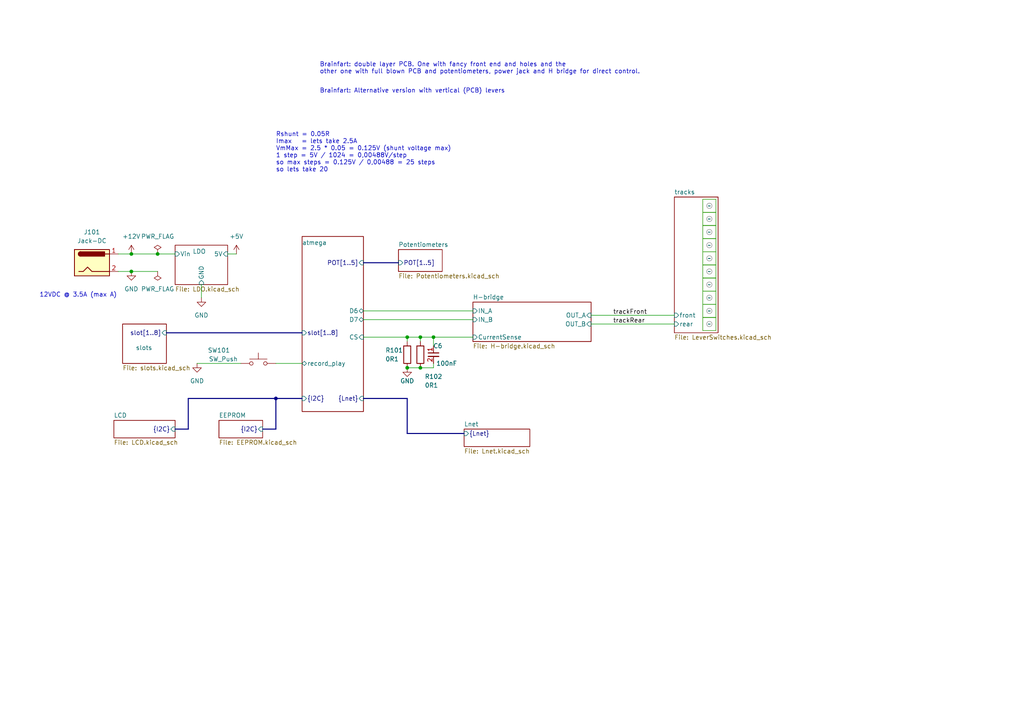
<source format=kicad_sch>
(kicad_sch (version 20230121) (generator eeschema)
  (paper "A4")
  (lib_symbols
    (symbol "capacitor_miscellaneous:C_0603_100nF"
      (property "Reference" "C" (at 1.27 2.54 0))
      (property "Value" "100nF" (at 3.81 -2.54 0))
      (symbol "C_0603_100nF_0_1"
        (polyline (pts (xy -1.524 -0.508) (xy 1.524 -0.508)) (stroke (width 0.3302)))
        (polyline (pts (xy -1.524 0.508) (xy 1.524 0.508)) (stroke (width 0.3048)))
      )
      (symbol "C_0603_100nF_1_1"
        (pin passive line (at 0 2.54 270) (length 2.032) (name "~") (number "1"))
        (pin passive line (at 0 -2.54 90) (length 2.032) (name "~") (number "2"))
      )
    )
    (symbol "custom_kicad_lib_sk:Jack-DC" (pin_names (offset 1.016))
      (property "Reference" "J" (at 0 5.334 0))
      (property "Value" "Jack-DC" (at 0 -5.08 0))
      (symbol "Jack-DC_0_1"
        (rectangle (start -5.08 3.81) (end 5.08 -3.81) (stroke (width 0.254)) (fill (type background)))
        (arc (start -3.302 3.175) (mid -3.9343 2.54) (end -3.302 1.905) (stroke (width 0.254)))
        (arc (start -3.302 3.175) (mid -3.9343 2.54) (end -3.302 1.905) (stroke (width 0.254)) (fill (type outline)))
        (polyline (pts (xy 5.08 2.54) (xy 3.81 2.54)) (stroke (width 0.254)))
        (polyline (pts (xy -3.81 -2.54) (xy -2.54 -2.54) (xy -1.27 -1.27) (xy 0 -2.54) (xy 2.54 -2.54) (xy 5.08 -2.54)) (stroke (width 0.254)))
        (rectangle (start 3.683 3.175) (end -3.302 1.905) (stroke (width 0.254)) (fill (type outline)))
      )
      (symbol "Jack-DC_1_1"
        (pin passive line (at 7.62 2.54 180) (length 2.54) (name "~") (number "1"))
        (pin passive line (at 7.62 -2.54 180) (length 2.54) (name "~") (number "2"))
      )
    )
    (symbol "custom_kicad_lib_sk:screwterminal" (pin_numbers hide) (pin_names (offset 0) hide) (in_bom no) (on_board no)
      (symbol "screwterminal_1_1"
        (rectangle (start -1.905 1.905) (end 1.905 -1.905) (stroke (width 0) (color 35 149 3 1)))
        (circle (center 0 0) (radius 0.762) (stroke (width 0) (color 137 143 138 1)))
      )
    )
    (symbol "custom_kicad_lib_sk:tactile_SMD_6mm" (pin_numbers hide) (pin_names (offset 1.016) hide)
      (property "Reference" "SW" (at 1.27 2.54 0))
      (property "Value" "SW_Push" (at 0 -1.524 0))
      (symbol "tactile_SMD_6mm_0_1"
        (circle (center -2.032 0) (radius 0.508))
        (polyline (pts (xy 0 1.27) (xy 0 3.048)))
        (polyline (pts (xy 2.54 1.27) (xy -2.54 1.27)))
        (circle (center 2.032 0) (radius 0.508))
        (pin passive line (at -5.08 0 0) (length 2.54) (name "1") (number "1"))
        (pin passive line (at 5.08 0 180) (length 2.54) (name "2") (number "2"))
      )
    )
    (symbol "power:+12V" (power) (pin_names (offset 0))
      (property "Value" "+12V" (at 0 3.556 0))
      (symbol "+12V_0_1"
        (polyline (pts (xy -0.762 1.27) (xy 0 2.54)))
        (polyline (pts (xy 0 0) (xy 0 2.54)))
        (polyline (pts (xy 0 2.54) (xy 0.762 1.27)))
      )
      (symbol "+12V_1_1"
        (pin power_in line (at 0 0 90) (length 0) hide (name "+12V") (number "1"))
      )
    )
    (symbol "power:+5V" (power) (pin_names (offset 0))
      (property "Value" "+5V" (at 0 3.556 0))
      (symbol "+5V_0_1"
        (polyline (pts (xy -0.762 1.27) (xy 0 2.54)))
        (polyline (pts (xy 0 0) (xy 0 2.54)))
        (polyline (pts (xy 0 2.54) (xy 0.762 1.27)))
      )
      (symbol "+5V_1_1"
        (pin power_in line (at 0 0 90) (length 0) hide (name "+5V") (number "1"))
      )
    )
    (symbol "power:GND" (power) (pin_names (offset 0))
      (property "Value" "GND" (at 0 -3.81 0))
      (symbol "GND_0_1"
        (polyline (pts (xy 0 0) (xy 0 -1.27) (xy 1.27 -1.27) (xy 0 -2.54) (xy -1.27 -1.27) (xy 0 -1.27)))
      )
      (symbol "GND_1_1"
        (pin power_in line (at 0 0 270) (length 0) hide (name "GND") (number "1"))
      )
    )
    (symbol "power:PWR_FLAG" (power) (pin_numbers hide) (pin_names (offset 0) hide)
      (property "Value" "PWR_FLAG" (at 0 3.81 0))
      (symbol "PWR_FLAG_0_0"
        (pin power_out line (at 0 0 90) (length 0) (name "pwr") (number "1"))
      )
      (symbol "PWR_FLAG_0_1"
        (polyline (pts (xy 0 0) (xy 0 1.27) (xy -1.016 1.905) (xy 0 2.54) (xy 1.016 1.905) (xy 0 1.27)))
      )
    )
    (symbol "resistors_1206:R_0R1_1206" (pin_numbers hide) (pin_names (offset 0))
      (property "Reference" "R?" (at 1.778 1.2121 0))
      (property "Value" "0R1" (at 1.778 -1.2121 0))
      (symbol "R_0R1_1206_0_1"
        (rectangle (start -1.016 -2.54) (end 1.016 2.54) (stroke (width 0.254)))
      )
      (symbol "R_0R1_1206_1_1"
        (pin passive line (at 0 3.81 270) (length 1.27) (name "~") (number "1"))
        (pin passive line (at 0 -3.81 90) (length 1.27) (name "~") (number "2"))
      )
    )
  )
  (bus_alias "I2C" (members "SCL" "SDA"))
  (bus_alias "Lnet" (members "Tx" "Rx"))
  (junction (at 118.11 106.68))
  (junction (at 125.73 97.79))
  (junction (at 121.92 97.79))
  (junction (at 38.1 78.74))
  (junction (at 121.92 106.68))
  (junction (at 38.1 73.66))
  (junction (at 118.11 97.79))
  (junction (at 80.01 115.57))
  (junction (at 45.72 73.66))
  (wire (pts (xy 121.92 106.68) (xy 125.73 106.68)))
  (wire (pts (xy 105.41 90.17) (xy 137.16 90.17)))
  (wire (pts (xy 66.04 73.66) (xy 68.58 73.66)))
  (bus (pts (xy 105.41 115.57) (xy 118.11 115.57)))
  (bus (pts (xy 48.26 96.52) (xy 87.63 96.52)))
  (wire (pts (xy 121.92 99.06) (xy 121.92 97.79)))
  (bus (pts (xy 80.01 124.46) (xy 76.2 124.46)))
  (wire (pts (xy 58.42 82.55) (xy 58.42 86.36)))
  (bus (pts (xy 118.11 115.57) (xy 118.11 125.73)))
  (bus (pts (xy 105.41 76.2) (xy 115.57 76.2)))
  (bus (pts (xy 50.8 124.46) (xy 54.61 124.46)))
  (wire (pts (xy 105.41 97.79) (xy 118.11 97.79)))
  (wire (pts (xy 118.11 97.79) (xy 121.92 97.79)))
  (wire (pts (xy 118.11 106.68) (xy 121.92 106.68)))
  (wire (pts (xy 34.29 73.66) (xy 38.1 73.66)))
  (bus (pts (xy 80.01 115.57) (xy 80.01 124.46)))
  (bus (pts (xy 118.11 125.73) (xy 134.62 125.73)))
  (wire (pts (xy 105.41 92.71) (xy 137.16 92.71)))
  (wire (pts (xy 171.45 93.98) (xy 195.58 93.98)))
  (wire (pts (xy 125.73 105.41) (xy 125.73 106.68)))
  (wire (pts (xy 125.73 97.79) (xy 125.73 100.33)))
  (wire (pts (xy 171.45 91.44) (xy 195.58 91.44)))
  (bus (pts (xy 54.61 115.57) (xy 80.01 115.57)))
  (wire (pts (xy 118.11 99.06) (xy 118.11 97.79)))
  (wire (pts (xy 80.01 105.41) (xy 87.63 105.41)))
  (bus (pts (xy 87.63 115.57) (xy 80.01 115.57)))
  (wire (pts (xy 38.1 73.66) (xy 45.72 73.66)))
  (wire (pts (xy 57.15 105.41) (xy 69.85 105.41)))
  (wire (pts (xy 121.92 97.79) (xy 125.73 97.79)))
  (wire (pts (xy 34.29 78.74) (xy 38.1 78.74)))
  (bus (pts (xy 54.61 124.46) (xy 54.61 115.57)))
  (wire (pts (xy 38.1 78.74) (xy 45.72 78.74)))
  (wire (pts (xy 125.73 97.79) (xy 137.16 97.79)))
  (wire (pts (xy 45.72 73.66) (xy 50.8 73.66)))
  (text "Brainfart: double layer PCB. One with fancy front end and holes and the\nother one with full blown PCB and potentiometers, power jack and H bridge for direct control.\n" (at 92.71 21.59 0) (effects (font (size 1.27 1.27)) (justify left bottom)))
  (text "12VDC @ 3.5A (max A)" (at 11.43 86.36 0) (effects (font (size 1.27 1.27)) (justify left bottom)))
  (text "Brainfart: Alternative version with vertical (PCB) levers\n\n" (at 92.71 29.21 0) (effects (font (size 1.27 1.27)) (justify left bottom)))
  (text "Rshunt = 0.05R\nImax   = lets take 2.5A\nVmMax = 2.5 * 0.05 = 0.125V (shunt voltage max)\n1 step = 5V / 1024 = 0,00488V/step\nso max steps = 0.125V / 0,00488 = 25 steps\nso lets take 20\n\n" (at 80.01 52.07 0) (effects (font (size 1.27 1.27)) (justify left bottom)))
  (label "trackRear" (at 177.8 93.98 0))
  (label "trackFront" (at 177.8 91.44 0))
  (symbol (lib_id "custom_kicad_lib_sk:screwterminal") (at 205.74 86.36 0) (unit 1) (in_bom no) (on_board no)
    (property "Reference" "u108" (effects hide))
    (property "Value" "~" (at 205.74 86.36 0))
  )
  (symbol (lib_id "custom_kicad_lib_sk:screwterminal") (at 205.74 67.31 0) (unit 1) (in_bom no) (on_board no)
    (property "Reference" "u103" (effects hide))
    (property "Value" "~" (at 205.74 67.31 0))
  )
  (symbol (lib_id "power:GND") (at 57.15 105.41 0) (unit 1)
    (property "Reference" "#PWR027" (effects hide))
    (property "Value" "GND" (at 57.15 110.49 0))
  )
  (symbol (lib_id "custom_kicad_lib_sk:screwterminal") (at 205.74 78.74 0) (unit 1) (in_bom no) (on_board no)
    (property "Reference" "u106" (effects hide))
    (property "Value" "~" (at 205.74 78.74 0))
  )
  (symbol (lib_id "custom_kicad_lib_sk:screwterminal") (at 205.74 90.17 0) (unit 1) (in_bom no) (on_board no)
    (property "Reference" "u109" (effects hide))
    (property "Value" "~" (at 205.74 90.17 0))
  )
  (symbol (lib_id "power:+5V") (at 68.58 73.66 0) (unit 1)
    (property "Reference" "#PWR0104" (effects hide))
    (property "Value" "+5V" (at 68.58 68.58 0))
  )
  (symbol (lib_id "power:GND") (at 58.42 86.36 0) (unit 1)
    (property "Reference" "#PWR0103" (effects hide))
    (property "Value" "GND" (at 58.42 91.44 0))
  )
  (symbol (lib_id "resistors_1206:R_0R1_1206") (at 118.11 102.87 0) (unit 1)
    (property "Reference" "R101" (at 111.76 101.6 0) (effects (justify left)))
    (property "Value" "0R1" (at 111.76 104.14 0) (effects (justify left)))
    (property "Footprint" "Resistor_SMD:R_1206_3216Metric" (effects hide))
    (property "JLCPCB Part#" "C25334" (effects hide))
  )
  (symbol (lib_id "custom_kicad_lib_sk:screwterminal") (at 205.74 63.5 0) (unit 1) (in_bom no) (on_board no)
    (property "Reference" "u102" (effects hide))
    (property "Value" "~" (at 205.74 63.5 0))
  )
  (symbol (lib_id "custom_kicad_lib_sk:screwterminal") (at 205.74 59.69 0) (unit 1) (in_bom no) (on_board no)
    (property "Reference" "u101" (effects hide))
    (property "Value" "~" (at 205.74 59.69 0))
  )
  (symbol (lib_id "custom_kicad_lib_sk:screwterminal") (at 205.74 93.98 0) (unit 1) (in_bom no) (on_board no)
    (property "Reference" "u110" (effects hide))
    (property "Value" "~" (at 205.74 93.98 0))
  )
  (symbol (lib_id "capacitor_miscellaneous:C_0603_100nF") (at 125.73 102.87 0) (unit 1)
    (property "Reference" "C6" (at 127 100.33 0))
    (property "Value" "100nF" (at 129.54 105.41 0))
    (property "Footprint" "Capacitor_SMD:C_0603_1608Metric" (effects hide))
    (property "JLCPCB Part#" "C14663" (effects hide))
  )
  (symbol (lib_id "custom_kicad_lib_sk:Jack-DC") (at 26.67 76.2 0) (unit 1)
    (property "Reference" "J101" (at 26.67 67.31 0))
    (property "Value" "Jack-DC" (at 26.67 69.85 0))
    (property "Footprint" "Connector_BarrelJack:BarrelJack_Horizontal" (effects hide))
  )
  (symbol (lib_id "power:PWR_FLAG") (at 45.72 73.66 0) (unit 1)
    (property "Reference" "#FLG0101" (effects hide))
    (property "Value" "PWR_FLAG" (at 45.72 68.58 0))
  )
  (symbol (lib_id "power:PWR_FLAG") (at 45.72 78.74 180) (unit 1)
    (property "Reference" "#FLG0102" (effects hide))
    (property "Value" "PWR_FLAG" (at 45.72 83.82 0))
  )
  (symbol (lib_id "power:+12V") (at 38.1 73.66 0) (unit 1)
    (property "Reference" "#PWR0106" (effects hide))
    (property "Value" "+12V" (at 38.1 68.58 0))
  )
  (symbol (lib_id "resistors_1206:R_0R1_1206") (at 121.92 102.87 0) (unit 1)
    (property "Reference" "R102" (at 123.19 109.22 0) (effects (justify left)))
    (property "Value" "0R1" (at 123.19 111.76 0) (effects (justify left)))
    (property "Footprint" "Resistor_SMD:R_1206_3216Metric" (effects hide))
    (property "JLCPCB Part#" "C25334" (effects hide))
  )
  (symbol (lib_id "custom_kicad_lib_sk:screwterminal") (at 205.74 82.55 0) (unit 1) (in_bom no) (on_board no)
    (property "Reference" "u107" (effects hide))
    (property "Value" "~" (at 205.74 82.55 0))
  )
  (symbol (lib_id "custom_kicad_lib_sk:screwterminal") (at 205.74 71.12 0) (unit 1) (in_bom no) (on_board no)
    (property "Reference" "u104" (effects hide))
    (property "Value" "~" (at 205.74 71.12 0))
  )
  (symbol (lib_id "custom_kicad_lib_sk:screwterminal") (at 205.74 74.93 0) (unit 1) (in_bom no) (on_board no)
    (property "Reference" "u105" (effects hide))
    (property "Value" "~" (at 205.74 74.93 0))
  )
  (symbol (lib_id "power:GND") (at 118.11 106.68 0) (unit 1)
    (property "Reference" "#PWR0113" (effects hide))
    (property "Value" "GND" (at 118.11 110.49 0))
  )
  (symbol (lib_id "custom_kicad_lib_sk:tactile_SMD_6mm") (at 74.93 105.41 0) (unit 1)
    (property "Reference" "SW101" (at 63.5 101.6 0))
    (property "Value" "SW_Push" (at 64.77 104.14 0))
    (property "Footprint" "Button_Switch_THT:SW_PUSH_6mm_H13mm" (effects hide))
    (property "JLCPCB Part#" "C294567" (effects hide))
  )
  (symbol (lib_id "power:GND") (at 38.1 78.74 0) (unit 1)
    (property "Reference" "#PWR0102" (effects hide))
    (property "Value" "GND" (at 38.1 83.82 0))
  )
  (sheet (at 33.02 121.92) (size 17.78 5.08) (stroke (width 0.1524))
    (property "Sheetname" "LCD" (at 33.02 121.2084 0) (effects (justify left bottom)))
    (property "Sheetfile" "LCD.kicad_sch" (at 33.02 127.5846 0) (effects (justify left top)))
    (pin "{I2C}" input (at 50.8 124.46 0))
  )
  (sheet (at 50.8 71.12) (size 15.24 11.43) (stroke (width 0.1524))
    (property "Sheetname" "LDO" (at 55.88 73.66 0) (effects (justify left bottom)))
    (property "Sheetfile" "LDO.kicad_sch" (at 50.8 83.1346 0) (effects (justify left top)))
    (pin "GND" input (at 58.42 82.55 270))
    (pin "5V" input (at 66.04 73.66 0))
    (pin "Vin" input (at 50.8 73.66 180))
  )
  (sheet (at 115.57 72.39) (size 12.7 6.35) (stroke (width 0.1524))
    (property "Sheetname" "Potentiometers" (at 115.57 71.6784 0) (effects (justify left bottom)))
    (property "Sheetfile" "Potentiometers.kicad_sch" (at 115.57 79.3246 0) (effects (justify left top)))
    (pin "POT[1..5]" input (at 115.57 76.2 180))
  )
  (sheet (at 35.56 93.98) (size 12.7 11.43) (stroke (width 0.1524))
    (property "Sheetname" "slots" (at 39.37 101.6 0) (effects (justify left bottom)))
    (property "Sheetfile" "slots.kicad_sch" (at 35.56 105.9946 0) (effects (justify left top)))
    (pin "slot[1..8]" input (at 48.26 96.52 0))
  )
  (sheet (at 134.62 124.46) (size 19.05 5.08) (stroke (width 0.1524))
    (property "Sheetname" "Lnet" (at 134.62 123.7484 0) (effects (justify left bottom)))
    (property "Sheetfile" "Lnet.kicad_sch" (at 134.62 130.1246 0) (effects (justify left top)))
    (pin "{Lnet}" input (at 134.62 125.73 180))
  )
  (sheet (at 63.5 121.92) (size 12.7 5.08) (stroke (width 0.1524))
    (property "Sheetname" "EEPROM" (at 63.5 121.2084 0) (effects (justify left bottom)))
    (property "Sheetfile" "EEPROM.kicad_sch" (at 63.5 127.5846 0) (effects (justify left top)))
    (pin "{I2C}" input (at 76.2 124.46 0))
  )
  (sheet (at 195.58 57.15) (size 12.7 39.37) (stroke (width 0.1524))
    (property "Sheetname" "tracks" (at 195.58 56.4384 0) (effects (justify left bottom)))
    (property "Sheetfile" "LeverSwitches.kicad_sch" (at 195.58 97.1046 0) (effects (justify left top)))
    (pin "front" input (at 195.58 91.44 180))
    (pin "rear" input (at 195.58 93.98 180))
  )
  (sheet (at 87.63 68.58) (size 17.78 50.8) (stroke (width 0.1524))
    (property "Sheetname" "atmega" (at 87.63 71.12 0) (effects (justify left bottom)))
    (property "Sheetfile" "atmega.kicad_sch" (effects hide))
    (pin "CS" input (at 105.41 97.79 0))
    (pin "D7" bidirectional (at 105.41 92.71 0))
    (pin "D6" bidirectional (at 105.41 90.17 0))
    (pin "POT[1..5]" input (at 105.41 76.2 0))
    (pin "{I2C}" input (at 87.63 115.57 180))
    (pin "{Lnet}" input (at 105.41 115.57 0))
    (pin "record_play" bidirectional (at 87.63 105.41 180))
    (pin "slot[1..8]" input (at 87.63 96.52 180))
  )
  (sheet (at 137.16 87.63) (size 34.29 11.43) (stroke (width 0.1524))
    (property "Sheetname" "H-bridge" (at 137.16 86.9184 0) (effects (justify left bottom)))
    (property "Sheetfile" "H-bridge.kicad_sch" (at 137.16 99.6446 0) (effects (justify left top)))
    (pin "OUT_B" input (at 171.45 93.98 0))
    (pin "OUT_A" input (at 171.45 91.44 0))
    (pin "IN_A" input (at 137.16 90.17 180))
    (pin "CurrentSense" input (at 137.16 97.79 180))
    (pin "IN_B" input (at 137.16 92.71 180))
  )
)
</source>
